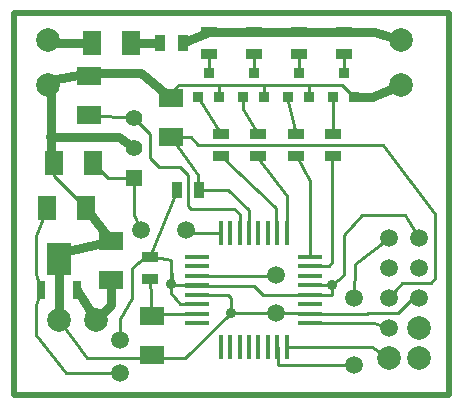
<source format=gtl>
G04 (created by PCBNEW (2013-jul-07)-stable) date jeu. 12 mars 2015 06:41:51 CET*
%MOIN*%
G04 Gerber Fmt 3.4, Leading zero omitted, Abs format*
%FSLAX34Y34*%
G01*
G70*
G90*
G04 APERTURE LIST*
%ADD10C,0.00590551*%
%ADD11C,0.019685*%
%ADD12R,0.0787X0.0177*%
%ADD13R,0.0177X0.0787*%
%ADD14R,0.0276X0.063*%
%ADD15R,0.0276X0.0827*%
%ADD16R,0.0787X0.1083*%
%ADD17R,0.036X0.036*%
%ADD18R,0.06X0.08*%
%ADD19R,0.08X0.06*%
%ADD20R,0.055X0.035*%
%ADD21R,0.035X0.055*%
%ADD22R,0.055X0.055*%
%ADD23C,0.055*%
%ADD24C,0.0590551*%
%ADD25C,0.0787*%
%ADD26C,0.035*%
%ADD27C,0.01*%
%ADD28C,0.0314961*%
G04 APERTURE END LIST*
G54D10*
G54D11*
X0Y0D02*
X14500Y0D01*
X14500Y12750D02*
X14500Y0D01*
X0Y12750D02*
X14500Y12750D01*
X0Y0D02*
X0Y12750D01*
G54D12*
X6104Y2407D03*
X6104Y2722D03*
X6104Y3037D03*
X6104Y3352D03*
X6104Y3667D03*
X6104Y3982D03*
X6104Y4297D03*
X6104Y4612D03*
X9870Y4610D03*
X9870Y2400D03*
X9870Y2720D03*
X9870Y3040D03*
X9870Y3350D03*
X9870Y3670D03*
X9870Y3980D03*
X9870Y4300D03*
G54D13*
X6888Y5400D03*
X7202Y5400D03*
X7518Y5400D03*
X7832Y5400D03*
X8148Y5400D03*
X8462Y5400D03*
X8778Y5400D03*
X9092Y5400D03*
X6890Y1620D03*
X7200Y1620D03*
X7520Y1620D03*
X7830Y1620D03*
X8140Y1620D03*
X8460Y1620D03*
X8780Y1620D03*
X9100Y1620D03*
G54D14*
X909Y3502D03*
G54D15*
X1500Y3600D03*
G54D14*
X2091Y3502D03*
G54D16*
X1500Y4545D03*
G54D17*
X11350Y9950D03*
X10650Y9950D03*
X11000Y10750D03*
X6850Y9950D03*
X6150Y9950D03*
X6500Y10750D03*
X9850Y9950D03*
X9150Y9950D03*
X9500Y10750D03*
X8350Y9950D03*
X7650Y9950D03*
X8000Y10750D03*
G54D18*
X2650Y7750D03*
X1350Y7750D03*
X2600Y11750D03*
X3900Y11750D03*
G54D19*
X2500Y9350D03*
X2500Y10650D03*
X3250Y3850D03*
X3250Y5150D03*
G54D18*
X1100Y6250D03*
X2400Y6250D03*
G54D19*
X4600Y1350D03*
X4600Y2650D03*
X5250Y8600D03*
X5250Y9900D03*
G54D20*
X4550Y3875D03*
X4550Y4625D03*
X6900Y8725D03*
X6900Y7975D03*
X8150Y8725D03*
X8150Y7975D03*
X9400Y8725D03*
X9400Y7975D03*
X10650Y8725D03*
X10650Y7975D03*
X11000Y11375D03*
X11000Y12125D03*
X9500Y11375D03*
X9500Y12125D03*
X8000Y11375D03*
X8000Y12125D03*
G54D21*
X5625Y11750D03*
X4875Y11750D03*
G54D20*
X6500Y11375D03*
X6500Y12125D03*
G54D21*
X5425Y6850D03*
X6175Y6850D03*
G54D22*
X4000Y7250D03*
G54D23*
X4000Y8250D03*
X4000Y9250D03*
G54D24*
X12500Y5250D03*
X13500Y5250D03*
X12500Y4250D03*
X13500Y4250D03*
X12500Y3250D03*
X13500Y3250D03*
X12500Y2250D03*
G54D25*
X13500Y2250D03*
X12500Y1250D03*
X13500Y1250D03*
X12900Y10350D03*
X1150Y10350D03*
X12900Y11850D03*
X1150Y11850D03*
X2750Y2500D03*
X1500Y2500D03*
G54D26*
X5250Y3700D03*
X10600Y3670D03*
G54D24*
X3550Y750D03*
X3550Y1850D03*
G54D26*
X1250Y8600D03*
X7250Y2750D03*
G54D24*
X8750Y2750D03*
X8750Y4000D03*
X5750Y5500D03*
X4250Y5500D03*
X11350Y3250D03*
X11350Y1000D03*
G54D27*
X11000Y4020D02*
X10600Y3670D01*
X11000Y5350D02*
X11000Y4020D01*
X11600Y6000D02*
X11000Y5350D01*
X13050Y6000D02*
X11600Y6000D01*
X13500Y5250D02*
X13050Y6000D01*
X4550Y4650D02*
X4375Y4625D01*
X3550Y2550D02*
X3550Y1850D01*
X3950Y3250D02*
X3550Y2550D01*
X3950Y4250D02*
X3950Y3250D01*
X4375Y4625D02*
X3950Y4250D01*
X9870Y3350D02*
X10600Y3350D01*
X10600Y3350D02*
X10600Y3670D01*
X909Y3502D02*
X750Y3000D01*
X1750Y750D02*
X3550Y750D01*
X750Y2000D02*
X1750Y750D01*
X750Y3000D02*
X750Y2000D01*
X9870Y3670D02*
X10600Y3670D01*
X6100Y3650D02*
X8000Y3650D01*
X8300Y3350D02*
X9870Y3350D01*
X8000Y3650D02*
X8300Y3350D01*
X5425Y6850D02*
X5400Y6850D01*
X4550Y4650D02*
X5250Y4500D01*
X5400Y6850D02*
X5425Y6850D01*
X5425Y6850D02*
X4550Y4650D01*
X6354Y3037D02*
X5537Y3037D01*
X5537Y3037D02*
X5250Y3400D01*
X5250Y3400D02*
X5250Y3700D01*
X5250Y3700D02*
X5250Y4500D01*
X5259Y3691D02*
X6100Y3650D01*
X5250Y4500D02*
X5259Y3691D01*
X1100Y6250D02*
X750Y5300D01*
X750Y4050D02*
X909Y3502D01*
X750Y5300D02*
X750Y4050D01*
X9850Y9950D02*
X9850Y10350D01*
X8350Y9950D02*
X8350Y10350D01*
X6850Y9950D02*
X6850Y10350D01*
X5250Y9900D02*
X5250Y10100D01*
X10950Y10350D02*
X11350Y9950D01*
X5500Y10350D02*
X6850Y10350D01*
X6850Y10350D02*
X8350Y10350D01*
X8350Y10350D02*
X9850Y10350D01*
X9850Y10350D02*
X10950Y10350D01*
X5250Y10100D02*
X5500Y10350D01*
X13500Y3250D02*
X13300Y3250D01*
X11770Y2720D02*
X9870Y2720D01*
X11800Y2750D02*
X11770Y2720D01*
X12800Y2750D02*
X11800Y2750D01*
X13300Y3250D02*
X12800Y2750D01*
X6104Y3352D02*
X7148Y3352D01*
X7250Y3250D02*
X7250Y2750D01*
X7148Y3352D02*
X7250Y3250D01*
X8750Y2750D02*
X7250Y2750D01*
X5700Y1250D02*
X4600Y1250D01*
X7250Y2750D02*
X5700Y1250D01*
G54D28*
X1250Y8600D02*
X1250Y7850D01*
G54D27*
X1350Y7750D02*
X1350Y7300D01*
X1350Y7300D02*
X2400Y6250D01*
G54D28*
X12900Y10350D02*
X11950Y9950D01*
X11950Y9950D02*
X11350Y9950D01*
G54D27*
X6104Y3982D02*
X8732Y3982D01*
X8750Y2750D02*
X8750Y2750D01*
G54D28*
X1500Y4750D02*
X1500Y3600D01*
X1250Y10500D02*
X1250Y8600D01*
G54D27*
X8750Y2750D02*
X9950Y2750D01*
X1500Y2500D02*
X2450Y1250D01*
X4600Y1250D02*
X4600Y1250D01*
X2450Y1250D02*
X4600Y1250D01*
G54D28*
X1250Y10500D02*
X2500Y10750D01*
X2500Y10750D02*
X4250Y10750D01*
X4250Y10750D02*
X5250Y9900D01*
X4000Y8250D02*
X3500Y8600D01*
X3500Y8600D02*
X1250Y8600D01*
X1500Y2500D02*
X1500Y3600D01*
X3250Y5150D02*
X1500Y4750D01*
X2400Y6250D02*
X3250Y5150D01*
G54D27*
X6900Y7975D02*
X8750Y6250D01*
X8750Y5428D02*
X8778Y5400D01*
X8750Y6250D02*
X8750Y5428D01*
X8750Y6250D02*
X8750Y6250D01*
X10500Y4300D02*
X9870Y4300D01*
X10600Y4450D02*
X10500Y4300D01*
X10600Y7950D02*
X10600Y4450D01*
X9870Y7130D02*
X9870Y4610D01*
X9400Y8000D02*
X9870Y7130D01*
X8150Y7975D02*
X8150Y7900D01*
X9092Y6658D02*
X9092Y5400D01*
X8150Y7900D02*
X9092Y6658D01*
X12500Y2250D02*
X12000Y2400D01*
X12000Y2400D02*
X9870Y2400D01*
X4000Y7250D02*
X4000Y6000D01*
X5850Y5400D02*
X6888Y5400D01*
X5750Y5500D02*
X5850Y5400D01*
X4000Y6000D02*
X4250Y5500D01*
X4000Y7250D02*
X3150Y7250D01*
X3150Y7250D02*
X2650Y7750D01*
X6900Y8725D02*
X6900Y8725D01*
X6900Y8725D02*
X6150Y9950D01*
X7518Y5400D02*
X7518Y6032D01*
X4550Y8700D02*
X4000Y9250D01*
X4550Y7900D02*
X4550Y8700D01*
X4850Y7600D02*
X4550Y7900D01*
X5550Y7600D02*
X4850Y7600D01*
X5800Y7350D02*
X5550Y7600D01*
X5800Y6300D02*
X5800Y7350D01*
X5900Y6200D02*
X5800Y6300D01*
X7350Y6200D02*
X5900Y6200D01*
X7518Y6032D02*
X7350Y6200D01*
X2500Y9350D02*
X4000Y9250D01*
X8800Y1000D02*
X8800Y1600D01*
X11350Y1000D02*
X8800Y1000D01*
X11356Y4392D02*
X11350Y3250D01*
X12500Y5250D02*
X11356Y4392D01*
X8800Y1600D02*
X8780Y1620D01*
X14050Y6050D02*
X12300Y8350D01*
X14050Y3900D02*
X14050Y6050D01*
X13900Y3750D02*
X14050Y3900D01*
X12950Y3750D02*
X13900Y3750D01*
X12500Y3250D02*
X12950Y3750D01*
X5250Y8600D02*
X5900Y8600D01*
X5900Y8600D02*
X6150Y8350D01*
X6150Y8350D02*
X12300Y8350D01*
X6150Y7350D02*
X6175Y6850D01*
X5250Y8600D02*
X6150Y7350D01*
X6175Y6850D02*
X7150Y6850D01*
X7832Y6168D02*
X7832Y5400D01*
X7150Y6850D02*
X7832Y6168D01*
X9100Y1620D02*
X11930Y1620D01*
X11930Y1620D02*
X12500Y1250D01*
X9500Y10750D02*
X9500Y11375D01*
X9400Y8725D02*
X9100Y9950D01*
X11000Y10750D02*
X11000Y11375D01*
X10650Y8725D02*
X10650Y9950D01*
X8000Y10750D02*
X8000Y11375D01*
G54D28*
X1250Y11750D02*
X2600Y11750D01*
X3900Y11750D02*
X4875Y11750D01*
G54D27*
X8150Y8725D02*
X7650Y9550D01*
X7650Y9550D02*
X7650Y9950D01*
X8150Y8750D02*
X8150Y8725D01*
X6500Y10750D02*
X6500Y11375D01*
G54D28*
X2750Y2500D02*
X3250Y3000D01*
X3250Y3000D02*
X3250Y3850D01*
X2750Y2500D02*
X2091Y3502D01*
X11000Y12125D02*
X12014Y12126D01*
X12014Y12126D02*
X12900Y11850D01*
X9500Y12125D02*
X11000Y12125D01*
X8000Y12125D02*
X9500Y12125D01*
X6500Y12125D02*
X8000Y12125D01*
X5600Y11750D02*
X6500Y12125D01*
G54D27*
X6104Y2722D02*
X4672Y2722D01*
X4600Y2650D02*
X4600Y2650D01*
X4672Y2722D02*
X4600Y2650D01*
X4600Y2650D02*
X4550Y3875D01*
M02*

</source>
